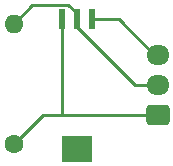
<source format=gbr>
%TF.GenerationSoftware,KiCad,Pcbnew,(7.0.0-0)*%
%TF.CreationDate,2023-11-06T21:22:23+01:00*%
%TF.ProjectId,HygroHiH50xx,48796772-6f48-4694-9835-3078782e6b69,1.1*%
%TF.SameCoordinates,Original*%
%TF.FileFunction,Copper,L2,Bot*%
%TF.FilePolarity,Positive*%
%FSLAX46Y46*%
G04 Gerber Fmt 4.6, Leading zero omitted, Abs format (unit mm)*
G04 Created by KiCad (PCBNEW (7.0.0-0)) date 2023-11-06 21:22:23*
%MOMM*%
%LPD*%
G01*
G04 APERTURE LIST*
G04 Aperture macros list*
%AMRoundRect*
0 Rectangle with rounded corners*
0 $1 Rounding radius*
0 $2 $3 $4 $5 $6 $7 $8 $9 X,Y pos of 4 corners*
0 Add a 4 corners polygon primitive as box body*
4,1,4,$2,$3,$4,$5,$6,$7,$8,$9,$2,$3,0*
0 Add four circle primitives for the rounded corners*
1,1,$1+$1,$2,$3*
1,1,$1+$1,$4,$5*
1,1,$1+$1,$6,$7*
1,1,$1+$1,$8,$9*
0 Add four rect primitives between the rounded corners*
20,1,$1+$1,$2,$3,$4,$5,0*
20,1,$1+$1,$4,$5,$6,$7,0*
20,1,$1+$1,$6,$7,$8,$9,0*
20,1,$1+$1,$8,$9,$2,$3,0*%
G04 Aperture macros list end*
%TA.AperFunction,ComponentPad*%
%ADD10C,1.600000*%
%TD*%
%TA.AperFunction,ComponentPad*%
%ADD11O,1.600000X1.600000*%
%TD*%
%TA.AperFunction,ComponentPad*%
%ADD12RoundRect,0.250000X0.725000X-0.600000X0.725000X0.600000X-0.725000X0.600000X-0.725000X-0.600000X0*%
%TD*%
%TA.AperFunction,ComponentPad*%
%ADD13O,1.950000X1.700000*%
%TD*%
%TA.AperFunction,SMDPad,CuDef*%
%ADD14R,0.510000X1.780000*%
%TD*%
%TA.AperFunction,SMDPad,CuDef*%
%ADD15R,2.540000X2.290000*%
%TD*%
%TA.AperFunction,Conductor*%
%ADD16C,0.250000*%
%TD*%
G04 APERTURE END LIST*
D10*
%TO.P,R1,1*%
%TO.N,GND*%
X62609500Y-39367000D03*
D11*
%TO.P,R1,2*%
%TO.N,Net-(J5-Pin_2)*%
X62609499Y-29206999D03*
%TD*%
D12*
%TO.P,J5,1,Pin_1*%
%TO.N,GND*%
X74803000Y-36877000D03*
D13*
%TO.P,J5,2,Pin_2*%
%TO.N,Net-(J5-Pin_2)*%
X74802999Y-34376999D03*
%TO.P,J5,3,Pin_3*%
%TO.N,+3.3V*%
X74802999Y-31876999D03*
%TD*%
D14*
%TO.P,U1,1,-VE*%
%TO.N,GND*%
X66673499Y-28828999D03*
%TO.P,U1,2,OUT*%
%TO.N,Net-(J5-Pin_2)*%
X67943499Y-28828999D03*
%TO.P,U1,3,+VE*%
%TO.N,+3.3V*%
X69213499Y-28828999D03*
D15*
%TO.P,U1,4,TAB*%
%TO.N,unconnected-(U1-TAB-Pad4)*%
X67943499Y-39753999D03*
%TD*%
D16*
%TO.N,GND*%
X65099500Y-36877000D02*
X62609500Y-39367000D01*
X66673500Y-28829000D02*
X66673500Y-36877000D01*
X66673500Y-36877000D02*
X68326000Y-36877000D01*
X68326000Y-36877000D02*
X65099500Y-36877000D01*
X68326000Y-36877000D02*
X74803000Y-36877000D01*
%TO.N,Net-(J5-Pin_2)*%
X64202500Y-27614000D02*
X62609500Y-29207000D01*
X72893500Y-34414000D02*
X74530500Y-34414000D01*
X67943500Y-28829000D02*
X67943500Y-28304000D01*
X67943500Y-29464000D02*
X72893500Y-34414000D01*
X67943500Y-28304000D02*
X67253500Y-27614000D01*
X67943500Y-28829000D02*
X67943500Y-29464000D01*
X67253500Y-27614000D02*
X64202500Y-27614000D01*
%TO.N,+3.3V*%
X71502500Y-28829000D02*
X69213500Y-28829000D01*
X74530500Y-31857000D02*
X71502500Y-28829000D01*
%TD*%
M02*

</source>
